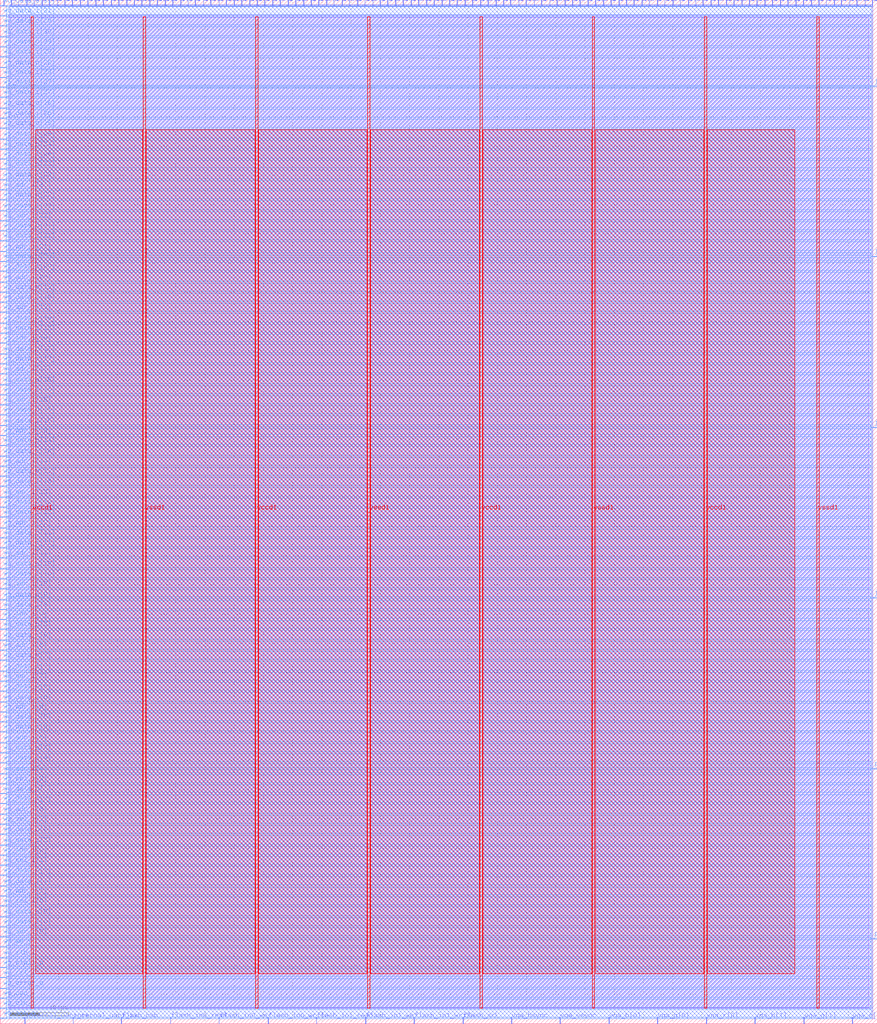
<source format=lef>
VERSION 5.7 ;
  NOWIREEXTENSIONATPIN ON ;
  DIVIDERCHAR "/" ;
  BUSBITCHARS "[]" ;
MACRO Peripherals
  CLASS BLOCK ;
  FOREIGN Peripherals ;
  ORIGIN 0.000 0.000 ;
  SIZE 600.000 BY 700.000 ;
  PIN flash_csb
    DIRECTION INPUT ;
    USE SIGNAL ;
    PORT
      LAYER met2 ;
        RECT 82.890 0.000 83.170 4.000 ;
    END
  END flash_csb
  PIN flash_io0_read
    DIRECTION OUTPUT TRISTATE ;
    USE SIGNAL ;
    PORT
      LAYER met2 ;
        RECT 116.470 0.000 116.750 4.000 ;
    END
  END flash_io0_read
  PIN flash_io0_we
    DIRECTION INPUT ;
    USE SIGNAL ;
    PORT
      LAYER met2 ;
        RECT 149.590 0.000 149.870 4.000 ;
    END
  END flash_io0_we
  PIN flash_io0_write
    DIRECTION INPUT ;
    USE SIGNAL ;
    PORT
      LAYER met2 ;
        RECT 183.170 0.000 183.450 4.000 ;
    END
  END flash_io0_write
  PIN flash_io1_read
    DIRECTION OUTPUT TRISTATE ;
    USE SIGNAL ;
    PORT
      LAYER met2 ;
        RECT 216.290 0.000 216.570 4.000 ;
    END
  END flash_io1_read
  PIN flash_io1_we
    DIRECTION INPUT ;
    USE SIGNAL ;
    PORT
      LAYER met2 ;
        RECT 249.870 0.000 250.150 4.000 ;
    END
  END flash_io1_we
  PIN flash_io1_write
    DIRECTION INPUT ;
    USE SIGNAL ;
    PORT
      LAYER met2 ;
        RECT 282.990 0.000 283.270 4.000 ;
    END
  END flash_io1_write
  PIN flash_sck
    DIRECTION INPUT ;
    USE SIGNAL ;
    PORT
      LAYER met2 ;
        RECT 316.570 0.000 316.850 4.000 ;
    END
  END flash_sck
  PIN internal_uart_rx
    DIRECTION INPUT ;
    USE SIGNAL ;
    PORT
      LAYER met2 ;
        RECT 16.650 0.000 16.930 4.000 ;
    END
  END internal_uart_rx
  PIN internal_uart_tx
    DIRECTION OUTPUT TRISTATE ;
    USE SIGNAL ;
    PORT
      LAYER met2 ;
        RECT 49.770 0.000 50.050 4.000 ;
    END
  END internal_uart_tx
  PIN io_in[0]
    DIRECTION INPUT ;
    USE SIGNAL ;
    PORT
      LAYER met2 ;
        RECT 2.390 696.000 2.670 700.000 ;
    END
  END io_in[0]
  PIN io_in[10]
    DIRECTION INPUT ;
    USE SIGNAL ;
    PORT
      LAYER met2 ;
        RECT 160.170 696.000 160.450 700.000 ;
    END
  END io_in[10]
  PIN io_in[11]
    DIRECTION INPUT ;
    USE SIGNAL ;
    PORT
      LAYER met2 ;
        RECT 175.810 696.000 176.090 700.000 ;
    END
  END io_in[11]
  PIN io_in[12]
    DIRECTION INPUT ;
    USE SIGNAL ;
    PORT
      LAYER met2 ;
        RECT 191.450 696.000 191.730 700.000 ;
    END
  END io_in[12]
  PIN io_in[13]
    DIRECTION INPUT ;
    USE SIGNAL ;
    PORT
      LAYER met2 ;
        RECT 207.550 696.000 207.830 700.000 ;
    END
  END io_in[13]
  PIN io_in[14]
    DIRECTION INPUT ;
    USE SIGNAL ;
    PORT
      LAYER met2 ;
        RECT 223.190 696.000 223.470 700.000 ;
    END
  END io_in[14]
  PIN io_in[15]
    DIRECTION INPUT ;
    USE SIGNAL ;
    PORT
      LAYER met2 ;
        RECT 238.830 696.000 239.110 700.000 ;
    END
  END io_in[15]
  PIN io_in[16]
    DIRECTION INPUT ;
    USE SIGNAL ;
    PORT
      LAYER met2 ;
        RECT 254.930 696.000 255.210 700.000 ;
    END
  END io_in[16]
  PIN io_in[17]
    DIRECTION INPUT ;
    USE SIGNAL ;
    PORT
      LAYER met2 ;
        RECT 270.570 696.000 270.850 700.000 ;
    END
  END io_in[17]
  PIN io_in[18]
    DIRECTION INPUT ;
    USE SIGNAL ;
    PORT
      LAYER met2 ;
        RECT 286.210 696.000 286.490 700.000 ;
    END
  END io_in[18]
  PIN io_in[19]
    DIRECTION INPUT ;
    USE SIGNAL ;
    PORT
      LAYER met2 ;
        RECT 302.310 696.000 302.590 700.000 ;
    END
  END io_in[19]
  PIN io_in[1]
    DIRECTION INPUT ;
    USE SIGNAL ;
    PORT
      LAYER met2 ;
        RECT 18.030 696.000 18.310 700.000 ;
    END
  END io_in[1]
  PIN io_in[20]
    DIRECTION INPUT ;
    USE SIGNAL ;
    PORT
      LAYER met2 ;
        RECT 317.950 696.000 318.230 700.000 ;
    END
  END io_in[20]
  PIN io_in[21]
    DIRECTION INPUT ;
    USE SIGNAL ;
    PORT
      LAYER met2 ;
        RECT 333.590 696.000 333.870 700.000 ;
    END
  END io_in[21]
  PIN io_in[22]
    DIRECTION INPUT ;
    USE SIGNAL ;
    PORT
      LAYER met2 ;
        RECT 349.230 696.000 349.510 700.000 ;
    END
  END io_in[22]
  PIN io_in[23]
    DIRECTION INPUT ;
    USE SIGNAL ;
    PORT
      LAYER met2 ;
        RECT 365.330 696.000 365.610 700.000 ;
    END
  END io_in[23]
  PIN io_in[24]
    DIRECTION INPUT ;
    USE SIGNAL ;
    PORT
      LAYER met2 ;
        RECT 380.970 696.000 381.250 700.000 ;
    END
  END io_in[24]
  PIN io_in[25]
    DIRECTION INPUT ;
    USE SIGNAL ;
    PORT
      LAYER met2 ;
        RECT 396.610 696.000 396.890 700.000 ;
    END
  END io_in[25]
  PIN io_in[26]
    DIRECTION INPUT ;
    USE SIGNAL ;
    PORT
      LAYER met2 ;
        RECT 412.710 696.000 412.990 700.000 ;
    END
  END io_in[26]
  PIN io_in[27]
    DIRECTION INPUT ;
    USE SIGNAL ;
    PORT
      LAYER met2 ;
        RECT 428.350 696.000 428.630 700.000 ;
    END
  END io_in[27]
  PIN io_in[28]
    DIRECTION INPUT ;
    USE SIGNAL ;
    PORT
      LAYER met2 ;
        RECT 443.990 696.000 444.270 700.000 ;
    END
  END io_in[28]
  PIN io_in[29]
    DIRECTION INPUT ;
    USE SIGNAL ;
    PORT
      LAYER met2 ;
        RECT 460.090 696.000 460.370 700.000 ;
    END
  END io_in[29]
  PIN io_in[2]
    DIRECTION INPUT ;
    USE SIGNAL ;
    PORT
      LAYER met2 ;
        RECT 33.670 696.000 33.950 700.000 ;
    END
  END io_in[2]
  PIN io_in[30]
    DIRECTION INPUT ;
    USE SIGNAL ;
    PORT
      LAYER met2 ;
        RECT 475.730 696.000 476.010 700.000 ;
    END
  END io_in[30]
  PIN io_in[31]
    DIRECTION INPUT ;
    USE SIGNAL ;
    PORT
      LAYER met2 ;
        RECT 491.370 696.000 491.650 700.000 ;
    END
  END io_in[31]
  PIN io_in[32]
    DIRECTION INPUT ;
    USE SIGNAL ;
    PORT
      LAYER met2 ;
        RECT 507.470 696.000 507.750 700.000 ;
    END
  END io_in[32]
  PIN io_in[33]
    DIRECTION INPUT ;
    USE SIGNAL ;
    PORT
      LAYER met2 ;
        RECT 523.110 696.000 523.390 700.000 ;
    END
  END io_in[33]
  PIN io_in[34]
    DIRECTION INPUT ;
    USE SIGNAL ;
    PORT
      LAYER met2 ;
        RECT 538.750 696.000 539.030 700.000 ;
    END
  END io_in[34]
  PIN io_in[35]
    DIRECTION INPUT ;
    USE SIGNAL ;
    PORT
      LAYER met2 ;
        RECT 554.850 696.000 555.130 700.000 ;
    END
  END io_in[35]
  PIN io_in[36]
    DIRECTION INPUT ;
    USE SIGNAL ;
    PORT
      LAYER met2 ;
        RECT 570.490 696.000 570.770 700.000 ;
    END
  END io_in[36]
  PIN io_in[37]
    DIRECTION INPUT ;
    USE SIGNAL ;
    PORT
      LAYER met2 ;
        RECT 586.130 696.000 586.410 700.000 ;
    END
  END io_in[37]
  PIN io_in[3]
    DIRECTION INPUT ;
    USE SIGNAL ;
    PORT
      LAYER met2 ;
        RECT 49.310 696.000 49.590 700.000 ;
    END
  END io_in[3]
  PIN io_in[4]
    DIRECTION INPUT ;
    USE SIGNAL ;
    PORT
      LAYER met2 ;
        RECT 65.410 696.000 65.690 700.000 ;
    END
  END io_in[4]
  PIN io_in[5]
    DIRECTION INPUT ;
    USE SIGNAL ;
    PORT
      LAYER met2 ;
        RECT 81.050 696.000 81.330 700.000 ;
    END
  END io_in[5]
  PIN io_in[6]
    DIRECTION INPUT ;
    USE SIGNAL ;
    PORT
      LAYER met2 ;
        RECT 96.690 696.000 96.970 700.000 ;
    END
  END io_in[6]
  PIN io_in[7]
    DIRECTION INPUT ;
    USE SIGNAL ;
    PORT
      LAYER met2 ;
        RECT 112.790 696.000 113.070 700.000 ;
    END
  END io_in[7]
  PIN io_in[8]
    DIRECTION INPUT ;
    USE SIGNAL ;
    PORT
      LAYER met2 ;
        RECT 128.430 696.000 128.710 700.000 ;
    END
  END io_in[8]
  PIN io_in[9]
    DIRECTION INPUT ;
    USE SIGNAL ;
    PORT
      LAYER met2 ;
        RECT 144.070 696.000 144.350 700.000 ;
    END
  END io_in[9]
  PIN io_oeb[0]
    DIRECTION OUTPUT TRISTATE ;
    USE SIGNAL ;
    PORT
      LAYER met2 ;
        RECT 7.450 696.000 7.730 700.000 ;
    END
  END io_oeb[0]
  PIN io_oeb[10]
    DIRECTION OUTPUT TRISTATE ;
    USE SIGNAL ;
    PORT
      LAYER met2 ;
        RECT 165.230 696.000 165.510 700.000 ;
    END
  END io_oeb[10]
  PIN io_oeb[11]
    DIRECTION OUTPUT TRISTATE ;
    USE SIGNAL ;
    PORT
      LAYER met2 ;
        RECT 180.870 696.000 181.150 700.000 ;
    END
  END io_oeb[11]
  PIN io_oeb[12]
    DIRECTION OUTPUT TRISTATE ;
    USE SIGNAL ;
    PORT
      LAYER met2 ;
        RECT 196.970 696.000 197.250 700.000 ;
    END
  END io_oeb[12]
  PIN io_oeb[13]
    DIRECTION OUTPUT TRISTATE ;
    USE SIGNAL ;
    PORT
      LAYER met2 ;
        RECT 212.610 696.000 212.890 700.000 ;
    END
  END io_oeb[13]
  PIN io_oeb[14]
    DIRECTION OUTPUT TRISTATE ;
    USE SIGNAL ;
    PORT
      LAYER met2 ;
        RECT 228.250 696.000 228.530 700.000 ;
    END
  END io_oeb[14]
  PIN io_oeb[15]
    DIRECTION OUTPUT TRISTATE ;
    USE SIGNAL ;
    PORT
      LAYER met2 ;
        RECT 244.350 696.000 244.630 700.000 ;
    END
  END io_oeb[15]
  PIN io_oeb[16]
    DIRECTION OUTPUT TRISTATE ;
    USE SIGNAL ;
    PORT
      LAYER met2 ;
        RECT 259.990 696.000 260.270 700.000 ;
    END
  END io_oeb[16]
  PIN io_oeb[17]
    DIRECTION OUTPUT TRISTATE ;
    USE SIGNAL ;
    PORT
      LAYER met2 ;
        RECT 275.630 696.000 275.910 700.000 ;
    END
  END io_oeb[17]
  PIN io_oeb[18]
    DIRECTION OUTPUT TRISTATE ;
    USE SIGNAL ;
    PORT
      LAYER met2 ;
        RECT 291.730 696.000 292.010 700.000 ;
    END
  END io_oeb[18]
  PIN io_oeb[19]
    DIRECTION OUTPUT TRISTATE ;
    USE SIGNAL ;
    PORT
      LAYER met2 ;
        RECT 307.370 696.000 307.650 700.000 ;
    END
  END io_oeb[19]
  PIN io_oeb[1]
    DIRECTION OUTPUT TRISTATE ;
    USE SIGNAL ;
    PORT
      LAYER met2 ;
        RECT 23.090 696.000 23.370 700.000 ;
    END
  END io_oeb[1]
  PIN io_oeb[20]
    DIRECTION OUTPUT TRISTATE ;
    USE SIGNAL ;
    PORT
      LAYER met2 ;
        RECT 323.010 696.000 323.290 700.000 ;
    END
  END io_oeb[20]
  PIN io_oeb[21]
    DIRECTION OUTPUT TRISTATE ;
    USE SIGNAL ;
    PORT
      LAYER met2 ;
        RECT 339.110 696.000 339.390 700.000 ;
    END
  END io_oeb[21]
  PIN io_oeb[22]
    DIRECTION OUTPUT TRISTATE ;
    USE SIGNAL ;
    PORT
      LAYER met2 ;
        RECT 354.750 696.000 355.030 700.000 ;
    END
  END io_oeb[22]
  PIN io_oeb[23]
    DIRECTION OUTPUT TRISTATE ;
    USE SIGNAL ;
    PORT
      LAYER met2 ;
        RECT 370.390 696.000 370.670 700.000 ;
    END
  END io_oeb[23]
  PIN io_oeb[24]
    DIRECTION OUTPUT TRISTATE ;
    USE SIGNAL ;
    PORT
      LAYER met2 ;
        RECT 386.490 696.000 386.770 700.000 ;
    END
  END io_oeb[24]
  PIN io_oeb[25]
    DIRECTION OUTPUT TRISTATE ;
    USE SIGNAL ;
    PORT
      LAYER met2 ;
        RECT 402.130 696.000 402.410 700.000 ;
    END
  END io_oeb[25]
  PIN io_oeb[26]
    DIRECTION OUTPUT TRISTATE ;
    USE SIGNAL ;
    PORT
      LAYER met2 ;
        RECT 417.770 696.000 418.050 700.000 ;
    END
  END io_oeb[26]
  PIN io_oeb[27]
    DIRECTION OUTPUT TRISTATE ;
    USE SIGNAL ;
    PORT
      LAYER met2 ;
        RECT 433.410 696.000 433.690 700.000 ;
    END
  END io_oeb[27]
  PIN io_oeb[28]
    DIRECTION OUTPUT TRISTATE ;
    USE SIGNAL ;
    PORT
      LAYER met2 ;
        RECT 449.510 696.000 449.790 700.000 ;
    END
  END io_oeb[28]
  PIN io_oeb[29]
    DIRECTION OUTPUT TRISTATE ;
    USE SIGNAL ;
    PORT
      LAYER met2 ;
        RECT 465.150 696.000 465.430 700.000 ;
    END
  END io_oeb[29]
  PIN io_oeb[2]
    DIRECTION OUTPUT TRISTATE ;
    USE SIGNAL ;
    PORT
      LAYER met2 ;
        RECT 39.190 696.000 39.470 700.000 ;
    END
  END io_oeb[2]
  PIN io_oeb[30]
    DIRECTION OUTPUT TRISTATE ;
    USE SIGNAL ;
    PORT
      LAYER met2 ;
        RECT 480.790 696.000 481.070 700.000 ;
    END
  END io_oeb[30]
  PIN io_oeb[31]
    DIRECTION OUTPUT TRISTATE ;
    USE SIGNAL ;
    PORT
      LAYER met2 ;
        RECT 496.890 696.000 497.170 700.000 ;
    END
  END io_oeb[31]
  PIN io_oeb[32]
    DIRECTION OUTPUT TRISTATE ;
    USE SIGNAL ;
    PORT
      LAYER met2 ;
        RECT 512.530 696.000 512.810 700.000 ;
    END
  END io_oeb[32]
  PIN io_oeb[33]
    DIRECTION OUTPUT TRISTATE ;
    USE SIGNAL ;
    PORT
      LAYER met2 ;
        RECT 528.170 696.000 528.450 700.000 ;
    END
  END io_oeb[33]
  PIN io_oeb[34]
    DIRECTION OUTPUT TRISTATE ;
    USE SIGNAL ;
    PORT
      LAYER met2 ;
        RECT 544.270 696.000 544.550 700.000 ;
    END
  END io_oeb[34]
  PIN io_oeb[35]
    DIRECTION OUTPUT TRISTATE ;
    USE SIGNAL ;
    PORT
      LAYER met2 ;
        RECT 559.910 696.000 560.190 700.000 ;
    END
  END io_oeb[35]
  PIN io_oeb[36]
    DIRECTION OUTPUT TRISTATE ;
    USE SIGNAL ;
    PORT
      LAYER met2 ;
        RECT 575.550 696.000 575.830 700.000 ;
    END
  END io_oeb[36]
  PIN io_oeb[37]
    DIRECTION OUTPUT TRISTATE ;
    USE SIGNAL ;
    PORT
      LAYER met2 ;
        RECT 591.650 696.000 591.930 700.000 ;
    END
  END io_oeb[37]
  PIN io_oeb[3]
    DIRECTION OUTPUT TRISTATE ;
    USE SIGNAL ;
    PORT
      LAYER met2 ;
        RECT 54.830 696.000 55.110 700.000 ;
    END
  END io_oeb[3]
  PIN io_oeb[4]
    DIRECTION OUTPUT TRISTATE ;
    USE SIGNAL ;
    PORT
      LAYER met2 ;
        RECT 70.470 696.000 70.750 700.000 ;
    END
  END io_oeb[4]
  PIN io_oeb[5]
    DIRECTION OUTPUT TRISTATE ;
    USE SIGNAL ;
    PORT
      LAYER met2 ;
        RECT 86.570 696.000 86.850 700.000 ;
    END
  END io_oeb[5]
  PIN io_oeb[6]
    DIRECTION OUTPUT TRISTATE ;
    USE SIGNAL ;
    PORT
      LAYER met2 ;
        RECT 102.210 696.000 102.490 700.000 ;
    END
  END io_oeb[6]
  PIN io_oeb[7]
    DIRECTION OUTPUT TRISTATE ;
    USE SIGNAL ;
    PORT
      LAYER met2 ;
        RECT 117.850 696.000 118.130 700.000 ;
    END
  END io_oeb[7]
  PIN io_oeb[8]
    DIRECTION OUTPUT TRISTATE ;
    USE SIGNAL ;
    PORT
      LAYER met2 ;
        RECT 133.490 696.000 133.770 700.000 ;
    END
  END io_oeb[8]
  PIN io_oeb[9]
    DIRECTION OUTPUT TRISTATE ;
    USE SIGNAL ;
    PORT
      LAYER met2 ;
        RECT 149.590 696.000 149.870 700.000 ;
    END
  END io_oeb[9]
  PIN io_out[0]
    DIRECTION OUTPUT TRISTATE ;
    USE SIGNAL ;
    PORT
      LAYER met2 ;
        RECT 12.510 696.000 12.790 700.000 ;
    END
  END io_out[0]
  PIN io_out[10]
    DIRECTION OUTPUT TRISTATE ;
    USE SIGNAL ;
    PORT
      LAYER met2 ;
        RECT 170.750 696.000 171.030 700.000 ;
    END
  END io_out[10]
  PIN io_out[11]
    DIRECTION OUTPUT TRISTATE ;
    USE SIGNAL ;
    PORT
      LAYER met2 ;
        RECT 186.390 696.000 186.670 700.000 ;
    END
  END io_out[11]
  PIN io_out[12]
    DIRECTION OUTPUT TRISTATE ;
    USE SIGNAL ;
    PORT
      LAYER met2 ;
        RECT 202.030 696.000 202.310 700.000 ;
    END
  END io_out[12]
  PIN io_out[13]
    DIRECTION OUTPUT TRISTATE ;
    USE SIGNAL ;
    PORT
      LAYER met2 ;
        RECT 217.670 696.000 217.950 700.000 ;
    END
  END io_out[13]
  PIN io_out[14]
    DIRECTION OUTPUT TRISTATE ;
    USE SIGNAL ;
    PORT
      LAYER met2 ;
        RECT 233.770 696.000 234.050 700.000 ;
    END
  END io_out[14]
  PIN io_out[15]
    DIRECTION OUTPUT TRISTATE ;
    USE SIGNAL ;
    PORT
      LAYER met2 ;
        RECT 249.410 696.000 249.690 700.000 ;
    END
  END io_out[15]
  PIN io_out[16]
    DIRECTION OUTPUT TRISTATE ;
    USE SIGNAL ;
    PORT
      LAYER met2 ;
        RECT 265.050 696.000 265.330 700.000 ;
    END
  END io_out[16]
  PIN io_out[17]
    DIRECTION OUTPUT TRISTATE ;
    USE SIGNAL ;
    PORT
      LAYER met2 ;
        RECT 281.150 696.000 281.430 700.000 ;
    END
  END io_out[17]
  PIN io_out[18]
    DIRECTION OUTPUT TRISTATE ;
    USE SIGNAL ;
    PORT
      LAYER met2 ;
        RECT 296.790 696.000 297.070 700.000 ;
    END
  END io_out[18]
  PIN io_out[19]
    DIRECTION OUTPUT TRISTATE ;
    USE SIGNAL ;
    PORT
      LAYER met2 ;
        RECT 312.430 696.000 312.710 700.000 ;
    END
  END io_out[19]
  PIN io_out[1]
    DIRECTION OUTPUT TRISTATE ;
    USE SIGNAL ;
    PORT
      LAYER met2 ;
        RECT 28.610 696.000 28.890 700.000 ;
    END
  END io_out[1]
  PIN io_out[20]
    DIRECTION OUTPUT TRISTATE ;
    USE SIGNAL ;
    PORT
      LAYER met2 ;
        RECT 328.530 696.000 328.810 700.000 ;
    END
  END io_out[20]
  PIN io_out[21]
    DIRECTION OUTPUT TRISTATE ;
    USE SIGNAL ;
    PORT
      LAYER met2 ;
        RECT 344.170 696.000 344.450 700.000 ;
    END
  END io_out[21]
  PIN io_out[22]
    DIRECTION OUTPUT TRISTATE ;
    USE SIGNAL ;
    PORT
      LAYER met2 ;
        RECT 359.810 696.000 360.090 700.000 ;
    END
  END io_out[22]
  PIN io_out[23]
    DIRECTION OUTPUT TRISTATE ;
    USE SIGNAL ;
    PORT
      LAYER met2 ;
        RECT 375.910 696.000 376.190 700.000 ;
    END
  END io_out[23]
  PIN io_out[24]
    DIRECTION OUTPUT TRISTATE ;
    USE SIGNAL ;
    PORT
      LAYER met2 ;
        RECT 391.550 696.000 391.830 700.000 ;
    END
  END io_out[24]
  PIN io_out[25]
    DIRECTION OUTPUT TRISTATE ;
    USE SIGNAL ;
    PORT
      LAYER met2 ;
        RECT 407.190 696.000 407.470 700.000 ;
    END
  END io_out[25]
  PIN io_out[26]
    DIRECTION OUTPUT TRISTATE ;
    USE SIGNAL ;
    PORT
      LAYER met2 ;
        RECT 423.290 696.000 423.570 700.000 ;
    END
  END io_out[26]
  PIN io_out[27]
    DIRECTION OUTPUT TRISTATE ;
    USE SIGNAL ;
    PORT
      LAYER met2 ;
        RECT 438.930 696.000 439.210 700.000 ;
    END
  END io_out[27]
  PIN io_out[28]
    DIRECTION OUTPUT TRISTATE ;
    USE SIGNAL ;
    PORT
      LAYER met2 ;
        RECT 454.570 696.000 454.850 700.000 ;
    END
  END io_out[28]
  PIN io_out[29]
    DIRECTION OUTPUT TRISTATE ;
    USE SIGNAL ;
    PORT
      LAYER met2 ;
        RECT 470.670 696.000 470.950 700.000 ;
    END
  END io_out[29]
  PIN io_out[2]
    DIRECTION OUTPUT TRISTATE ;
    USE SIGNAL ;
    PORT
      LAYER met2 ;
        RECT 44.250 696.000 44.530 700.000 ;
    END
  END io_out[2]
  PIN io_out[30]
    DIRECTION OUTPUT TRISTATE ;
    USE SIGNAL ;
    PORT
      LAYER met2 ;
        RECT 486.310 696.000 486.590 700.000 ;
    END
  END io_out[30]
  PIN io_out[31]
    DIRECTION OUTPUT TRISTATE ;
    USE SIGNAL ;
    PORT
      LAYER met2 ;
        RECT 501.950 696.000 502.230 700.000 ;
    END
  END io_out[31]
  PIN io_out[32]
    DIRECTION OUTPUT TRISTATE ;
    USE SIGNAL ;
    PORT
      LAYER met2 ;
        RECT 517.590 696.000 517.870 700.000 ;
    END
  END io_out[32]
  PIN io_out[33]
    DIRECTION OUTPUT TRISTATE ;
    USE SIGNAL ;
    PORT
      LAYER met2 ;
        RECT 533.690 696.000 533.970 700.000 ;
    END
  END io_out[33]
  PIN io_out[34]
    DIRECTION OUTPUT TRISTATE ;
    USE SIGNAL ;
    PORT
      LAYER met2 ;
        RECT 549.330 696.000 549.610 700.000 ;
    END
  END io_out[34]
  PIN io_out[35]
    DIRECTION OUTPUT TRISTATE ;
    USE SIGNAL ;
    PORT
      LAYER met2 ;
        RECT 564.970 696.000 565.250 700.000 ;
    END
  END io_out[35]
  PIN io_out[36]
    DIRECTION OUTPUT TRISTATE ;
    USE SIGNAL ;
    PORT
      LAYER met2 ;
        RECT 581.070 696.000 581.350 700.000 ;
    END
  END io_out[36]
  PIN io_out[37]
    DIRECTION OUTPUT TRISTATE ;
    USE SIGNAL ;
    PORT
      LAYER met2 ;
        RECT 596.710 696.000 596.990 700.000 ;
    END
  END io_out[37]
  PIN io_out[3]
    DIRECTION OUTPUT TRISTATE ;
    USE SIGNAL ;
    PORT
      LAYER met2 ;
        RECT 59.890 696.000 60.170 700.000 ;
    END
  END io_out[3]
  PIN io_out[4]
    DIRECTION OUTPUT TRISTATE ;
    USE SIGNAL ;
    PORT
      LAYER met2 ;
        RECT 75.990 696.000 76.270 700.000 ;
    END
  END io_out[4]
  PIN io_out[5]
    DIRECTION OUTPUT TRISTATE ;
    USE SIGNAL ;
    PORT
      LAYER met2 ;
        RECT 91.630 696.000 91.910 700.000 ;
    END
  END io_out[5]
  PIN io_out[6]
    DIRECTION OUTPUT TRISTATE ;
    USE SIGNAL ;
    PORT
      LAYER met2 ;
        RECT 107.270 696.000 107.550 700.000 ;
    END
  END io_out[6]
  PIN io_out[7]
    DIRECTION OUTPUT TRISTATE ;
    USE SIGNAL ;
    PORT
      LAYER met2 ;
        RECT 123.370 696.000 123.650 700.000 ;
    END
  END io_out[7]
  PIN io_out[8]
    DIRECTION OUTPUT TRISTATE ;
    USE SIGNAL ;
    PORT
      LAYER met2 ;
        RECT 139.010 696.000 139.290 700.000 ;
    END
  END io_out[8]
  PIN io_out[9]
    DIRECTION OUTPUT TRISTATE ;
    USE SIGNAL ;
    PORT
      LAYER met2 ;
        RECT 154.650 696.000 154.930 700.000 ;
    END
  END io_out[9]
  PIN jtag_tck
    DIRECTION OUTPUT TRISTATE ;
    USE SIGNAL ;
    PORT
      LAYER met3 ;
        RECT 596.000 291.080 600.000 291.680 ;
    END
  END jtag_tck
  PIN jtag_tdi
    DIRECTION OUTPUT TRISTATE ;
    USE SIGNAL ;
    PORT
      LAYER met3 ;
        RECT 596.000 407.360 600.000 407.960 ;
    END
  END jtag_tdi
  PIN jtag_tdo
    DIRECTION INPUT ;
    USE SIGNAL ;
    PORT
      LAYER met3 ;
        RECT 596.000 524.320 600.000 524.920 ;
    END
  END jtag_tdo
  PIN jtag_tms
    DIRECTION OUTPUT TRISTATE ;
    USE SIGNAL ;
    PORT
      LAYER met3 ;
        RECT 596.000 640.600 600.000 641.200 ;
    END
  END jtag_tms
  PIN probe_blink[0]
    DIRECTION OUTPUT TRISTATE ;
    USE SIGNAL ;
    PORT
      LAYER met3 ;
        RECT 596.000 57.840 600.000 58.440 ;
    END
  END probe_blink[0]
  PIN probe_blink[1]
    DIRECTION OUTPUT TRISTATE ;
    USE SIGNAL ;
    PORT
      LAYER met3 ;
        RECT 596.000 174.120 600.000 174.720 ;
    END
  END probe_blink[1]
  PIN vccd1
    DIRECTION INOUT ;
    USE POWER ;
    PORT
      LAYER met4 ;
        RECT 21.040 10.640 22.640 688.400 ;
    END
    PORT
      LAYER met4 ;
        RECT 174.640 10.640 176.240 688.400 ;
    END
    PORT
      LAYER met4 ;
        RECT 328.240 10.640 329.840 688.400 ;
    END
    PORT
      LAYER met4 ;
        RECT 481.840 10.640 483.440 688.400 ;
    END
  END vccd1
  PIN vga_b[0]
    DIRECTION INPUT ;
    USE SIGNAL ;
    PORT
      LAYER met2 ;
        RECT 416.390 0.000 416.670 4.000 ;
    END
  END vga_b[0]
  PIN vga_b[1]
    DIRECTION INPUT ;
    USE SIGNAL ;
    PORT
      LAYER met2 ;
        RECT 516.210 0.000 516.490 4.000 ;
    END
  END vga_b[1]
  PIN vga_g[0]
    DIRECTION INPUT ;
    USE SIGNAL ;
    PORT
      LAYER met2 ;
        RECT 449.510 0.000 449.790 4.000 ;
    END
  END vga_g[0]
  PIN vga_g[1]
    DIRECTION INPUT ;
    USE SIGNAL ;
    PORT
      LAYER met2 ;
        RECT 549.790 0.000 550.070 4.000 ;
    END
  END vga_g[1]
  PIN vga_hsync
    DIRECTION INPUT ;
    USE SIGNAL ;
    PORT
      LAYER met2 ;
        RECT 349.690 0.000 349.970 4.000 ;
    END
  END vga_hsync
  PIN vga_r[0]
    DIRECTION INPUT ;
    USE SIGNAL ;
    PORT
      LAYER met2 ;
        RECT 483.090 0.000 483.370 4.000 ;
    END
  END vga_r[0]
  PIN vga_r[1]
    DIRECTION INPUT ;
    USE SIGNAL ;
    PORT
      LAYER met2 ;
        RECT 582.910 0.000 583.190 4.000 ;
    END
  END vga_r[1]
  PIN vga_vsync
    DIRECTION INPUT ;
    USE SIGNAL ;
    PORT
      LAYER met2 ;
        RECT 382.810 0.000 383.090 4.000 ;
    END
  END vga_vsync
  PIN vssd1
    DIRECTION INOUT ;
    USE GROUND ;
    PORT
      LAYER met4 ;
        RECT 97.840 10.640 99.440 688.400 ;
    END
    PORT
      LAYER met4 ;
        RECT 251.440 10.640 253.040 688.400 ;
    END
    PORT
      LAYER met4 ;
        RECT 405.040 10.640 406.640 688.400 ;
    END
    PORT
      LAYER met4 ;
        RECT 558.640 10.640 560.240 688.400 ;
    END
  END vssd1
  PIN wb_ack_o
    DIRECTION OUTPUT TRISTATE ;
    USE SIGNAL ;
    PORT
      LAYER met3 ;
        RECT 0.000 3.440 4.000 4.040 ;
    END
  END wb_ack_o
  PIN wb_adr_i[0]
    DIRECTION INPUT ;
    USE SIGNAL ;
    PORT
      LAYER met3 ;
        RECT 0.000 59.200 4.000 59.800 ;
    END
  END wb_adr_i[0]
  PIN wb_adr_i[10]
    DIRECTION INPUT ;
    USE SIGNAL ;
    PORT
      LAYER met3 ;
        RECT 0.000 297.200 4.000 297.800 ;
    END
  END wb_adr_i[10]
  PIN wb_adr_i[11]
    DIRECTION INPUT ;
    USE SIGNAL ;
    PORT
      LAYER met3 ;
        RECT 0.000 318.280 4.000 318.880 ;
    END
  END wb_adr_i[11]
  PIN wb_adr_i[12]
    DIRECTION INPUT ;
    USE SIGNAL ;
    PORT
      LAYER met3 ;
        RECT 0.000 338.680 4.000 339.280 ;
    END
  END wb_adr_i[12]
  PIN wb_adr_i[13]
    DIRECTION INPUT ;
    USE SIGNAL ;
    PORT
      LAYER met3 ;
        RECT 0.000 359.760 4.000 360.360 ;
    END
  END wb_adr_i[13]
  PIN wb_adr_i[14]
    DIRECTION INPUT ;
    USE SIGNAL ;
    PORT
      LAYER met3 ;
        RECT 0.000 380.840 4.000 381.440 ;
    END
  END wb_adr_i[14]
  PIN wb_adr_i[15]
    DIRECTION INPUT ;
    USE SIGNAL ;
    PORT
      LAYER met3 ;
        RECT 0.000 401.920 4.000 402.520 ;
    END
  END wb_adr_i[15]
  PIN wb_adr_i[16]
    DIRECTION INPUT ;
    USE SIGNAL ;
    PORT
      LAYER met3 ;
        RECT 0.000 423.000 4.000 423.600 ;
    END
  END wb_adr_i[16]
  PIN wb_adr_i[17]
    DIRECTION INPUT ;
    USE SIGNAL ;
    PORT
      LAYER met3 ;
        RECT 0.000 444.080 4.000 444.680 ;
    END
  END wb_adr_i[17]
  PIN wb_adr_i[18]
    DIRECTION INPUT ;
    USE SIGNAL ;
    PORT
      LAYER met3 ;
        RECT 0.000 465.160 4.000 465.760 ;
    END
  END wb_adr_i[18]
  PIN wb_adr_i[19]
    DIRECTION INPUT ;
    USE SIGNAL ;
    PORT
      LAYER met3 ;
        RECT 0.000 486.240 4.000 486.840 ;
    END
  END wb_adr_i[19]
  PIN wb_adr_i[1]
    DIRECTION INPUT ;
    USE SIGNAL ;
    PORT
      LAYER met3 ;
        RECT 0.000 87.080 4.000 87.680 ;
    END
  END wb_adr_i[1]
  PIN wb_adr_i[20]
    DIRECTION INPUT ;
    USE SIGNAL ;
    PORT
      LAYER met3 ;
        RECT 0.000 506.640 4.000 507.240 ;
    END
  END wb_adr_i[20]
  PIN wb_adr_i[21]
    DIRECTION INPUT ;
    USE SIGNAL ;
    PORT
      LAYER met3 ;
        RECT 0.000 527.720 4.000 528.320 ;
    END
  END wb_adr_i[21]
  PIN wb_adr_i[22]
    DIRECTION INPUT ;
    USE SIGNAL ;
    PORT
      LAYER met3 ;
        RECT 0.000 548.800 4.000 549.400 ;
    END
  END wb_adr_i[22]
  PIN wb_adr_i[23]
    DIRECTION INPUT ;
    USE SIGNAL ;
    PORT
      LAYER met3 ;
        RECT 0.000 569.880 4.000 570.480 ;
    END
  END wb_adr_i[23]
  PIN wb_adr_i[2]
    DIRECTION INPUT ;
    USE SIGNAL ;
    PORT
      LAYER met3 ;
        RECT 0.000 114.960 4.000 115.560 ;
    END
  END wb_adr_i[2]
  PIN wb_adr_i[3]
    DIRECTION INPUT ;
    USE SIGNAL ;
    PORT
      LAYER met3 ;
        RECT 0.000 142.840 4.000 143.440 ;
    END
  END wb_adr_i[3]
  PIN wb_adr_i[4]
    DIRECTION INPUT ;
    USE SIGNAL ;
    PORT
      LAYER met3 ;
        RECT 0.000 170.720 4.000 171.320 ;
    END
  END wb_adr_i[4]
  PIN wb_adr_i[5]
    DIRECTION INPUT ;
    USE SIGNAL ;
    PORT
      LAYER met3 ;
        RECT 0.000 191.800 4.000 192.400 ;
    END
  END wb_adr_i[5]
  PIN wb_adr_i[6]
    DIRECTION INPUT ;
    USE SIGNAL ;
    PORT
      LAYER met3 ;
        RECT 0.000 212.880 4.000 213.480 ;
    END
  END wb_adr_i[6]
  PIN wb_adr_i[7]
    DIRECTION INPUT ;
    USE SIGNAL ;
    PORT
      LAYER met3 ;
        RECT 0.000 233.960 4.000 234.560 ;
    END
  END wb_adr_i[7]
  PIN wb_adr_i[8]
    DIRECTION INPUT ;
    USE SIGNAL ;
    PORT
      LAYER met3 ;
        RECT 0.000 255.040 4.000 255.640 ;
    END
  END wb_adr_i[8]
  PIN wb_adr_i[9]
    DIRECTION INPUT ;
    USE SIGNAL ;
    PORT
      LAYER met3 ;
        RECT 0.000 276.120 4.000 276.720 ;
    END
  END wb_adr_i[9]
  PIN wb_clk_i
    DIRECTION INPUT ;
    USE SIGNAL ;
    PORT
      LAYER met3 ;
        RECT 0.000 10.240 4.000 10.840 ;
    END
  END wb_clk_i
  PIN wb_cyc_i
    DIRECTION INPUT ;
    USE SIGNAL ;
    PORT
      LAYER met3 ;
        RECT 0.000 17.040 4.000 17.640 ;
    END
  END wb_cyc_i
  PIN wb_data_i[0]
    DIRECTION INPUT ;
    USE SIGNAL ;
    PORT
      LAYER met3 ;
        RECT 0.000 66.000 4.000 66.600 ;
    END
  END wb_data_i[0]
  PIN wb_data_i[10]
    DIRECTION INPUT ;
    USE SIGNAL ;
    PORT
      LAYER met3 ;
        RECT 0.000 304.000 4.000 304.600 ;
    END
  END wb_data_i[10]
  PIN wb_data_i[11]
    DIRECTION INPUT ;
    USE SIGNAL ;
    PORT
      LAYER met3 ;
        RECT 0.000 325.080 4.000 325.680 ;
    END
  END wb_data_i[11]
  PIN wb_data_i[12]
    DIRECTION INPUT ;
    USE SIGNAL ;
    PORT
      LAYER met3 ;
        RECT 0.000 346.160 4.000 346.760 ;
    END
  END wb_data_i[12]
  PIN wb_data_i[13]
    DIRECTION INPUT ;
    USE SIGNAL ;
    PORT
      LAYER met3 ;
        RECT 0.000 367.240 4.000 367.840 ;
    END
  END wb_data_i[13]
  PIN wb_data_i[14]
    DIRECTION INPUT ;
    USE SIGNAL ;
    PORT
      LAYER met3 ;
        RECT 0.000 387.640 4.000 388.240 ;
    END
  END wb_data_i[14]
  PIN wb_data_i[15]
    DIRECTION INPUT ;
    USE SIGNAL ;
    PORT
      LAYER met3 ;
        RECT 0.000 408.720 4.000 409.320 ;
    END
  END wb_data_i[15]
  PIN wb_data_i[16]
    DIRECTION INPUT ;
    USE SIGNAL ;
    PORT
      LAYER met3 ;
        RECT 0.000 429.800 4.000 430.400 ;
    END
  END wb_data_i[16]
  PIN wb_data_i[17]
    DIRECTION INPUT ;
    USE SIGNAL ;
    PORT
      LAYER met3 ;
        RECT 0.000 450.880 4.000 451.480 ;
    END
  END wb_data_i[17]
  PIN wb_data_i[18]
    DIRECTION INPUT ;
    USE SIGNAL ;
    PORT
      LAYER met3 ;
        RECT 0.000 471.960 4.000 472.560 ;
    END
  END wb_data_i[18]
  PIN wb_data_i[19]
    DIRECTION INPUT ;
    USE SIGNAL ;
    PORT
      LAYER met3 ;
        RECT 0.000 493.040 4.000 493.640 ;
    END
  END wb_data_i[19]
  PIN wb_data_i[1]
    DIRECTION INPUT ;
    USE SIGNAL ;
    PORT
      LAYER met3 ;
        RECT 0.000 93.880 4.000 94.480 ;
    END
  END wb_data_i[1]
  PIN wb_data_i[20]
    DIRECTION INPUT ;
    USE SIGNAL ;
    PORT
      LAYER met3 ;
        RECT 0.000 514.120 4.000 514.720 ;
    END
  END wb_data_i[20]
  PIN wb_data_i[21]
    DIRECTION INPUT ;
    USE SIGNAL ;
    PORT
      LAYER met3 ;
        RECT 0.000 535.200 4.000 535.800 ;
    END
  END wb_data_i[21]
  PIN wb_data_i[22]
    DIRECTION INPUT ;
    USE SIGNAL ;
    PORT
      LAYER met3 ;
        RECT 0.000 555.600 4.000 556.200 ;
    END
  END wb_data_i[22]
  PIN wb_data_i[23]
    DIRECTION INPUT ;
    USE SIGNAL ;
    PORT
      LAYER met3 ;
        RECT 0.000 576.680 4.000 577.280 ;
    END
  END wb_data_i[23]
  PIN wb_data_i[24]
    DIRECTION INPUT ;
    USE SIGNAL ;
    PORT
      LAYER met3 ;
        RECT 0.000 590.960 4.000 591.560 ;
    END
  END wb_data_i[24]
  PIN wb_data_i[25]
    DIRECTION INPUT ;
    USE SIGNAL ;
    PORT
      LAYER met3 ;
        RECT 0.000 604.560 4.000 605.160 ;
    END
  END wb_data_i[25]
  PIN wb_data_i[26]
    DIRECTION INPUT ;
    USE SIGNAL ;
    PORT
      LAYER met3 ;
        RECT 0.000 618.840 4.000 619.440 ;
    END
  END wb_data_i[26]
  PIN wb_data_i[27]
    DIRECTION INPUT ;
    USE SIGNAL ;
    PORT
      LAYER met3 ;
        RECT 0.000 633.120 4.000 633.720 ;
    END
  END wb_data_i[27]
  PIN wb_data_i[28]
    DIRECTION INPUT ;
    USE SIGNAL ;
    PORT
      LAYER met3 ;
        RECT 0.000 646.720 4.000 647.320 ;
    END
  END wb_data_i[28]
  PIN wb_data_i[29]
    DIRECTION INPUT ;
    USE SIGNAL ;
    PORT
      LAYER met3 ;
        RECT 0.000 661.000 4.000 661.600 ;
    END
  END wb_data_i[29]
  PIN wb_data_i[2]
    DIRECTION INPUT ;
    USE SIGNAL ;
    PORT
      LAYER met3 ;
        RECT 0.000 121.760 4.000 122.360 ;
    END
  END wb_data_i[2]
  PIN wb_data_i[30]
    DIRECTION INPUT ;
    USE SIGNAL ;
    PORT
      LAYER met3 ;
        RECT 0.000 674.600 4.000 675.200 ;
    END
  END wb_data_i[30]
  PIN wb_data_i[31]
    DIRECTION INPUT ;
    USE SIGNAL ;
    PORT
      LAYER met3 ;
        RECT 0.000 688.880 4.000 689.480 ;
    END
  END wb_data_i[31]
  PIN wb_data_i[3]
    DIRECTION INPUT ;
    USE SIGNAL ;
    PORT
      LAYER met3 ;
        RECT 0.000 150.320 4.000 150.920 ;
    END
  END wb_data_i[3]
  PIN wb_data_i[4]
    DIRECTION INPUT ;
    USE SIGNAL ;
    PORT
      LAYER met3 ;
        RECT 0.000 178.200 4.000 178.800 ;
    END
  END wb_data_i[4]
  PIN wb_data_i[5]
    DIRECTION INPUT ;
    USE SIGNAL ;
    PORT
      LAYER met3 ;
        RECT 0.000 199.280 4.000 199.880 ;
    END
  END wb_data_i[5]
  PIN wb_data_i[6]
    DIRECTION INPUT ;
    USE SIGNAL ;
    PORT
      LAYER met3 ;
        RECT 0.000 219.680 4.000 220.280 ;
    END
  END wb_data_i[6]
  PIN wb_data_i[7]
    DIRECTION INPUT ;
    USE SIGNAL ;
    PORT
      LAYER met3 ;
        RECT 0.000 240.760 4.000 241.360 ;
    END
  END wb_data_i[7]
  PIN wb_data_i[8]
    DIRECTION INPUT ;
    USE SIGNAL ;
    PORT
      LAYER met3 ;
        RECT 0.000 261.840 4.000 262.440 ;
    END
  END wb_data_i[8]
  PIN wb_data_i[9]
    DIRECTION INPUT ;
    USE SIGNAL ;
    PORT
      LAYER met3 ;
        RECT 0.000 282.920 4.000 283.520 ;
    END
  END wb_data_i[9]
  PIN wb_data_o[0]
    DIRECTION OUTPUT TRISTATE ;
    USE SIGNAL ;
    PORT
      LAYER met3 ;
        RECT 0.000 72.800 4.000 73.400 ;
    END
  END wb_data_o[0]
  PIN wb_data_o[10]
    DIRECTION OUTPUT TRISTATE ;
    USE SIGNAL ;
    PORT
      LAYER met3 ;
        RECT 0.000 310.800 4.000 311.400 ;
    END
  END wb_data_o[10]
  PIN wb_data_o[11]
    DIRECTION OUTPUT TRISTATE ;
    USE SIGNAL ;
    PORT
      LAYER met3 ;
        RECT 0.000 331.880 4.000 332.480 ;
    END
  END wb_data_o[11]
  PIN wb_data_o[12]
    DIRECTION OUTPUT TRISTATE ;
    USE SIGNAL ;
    PORT
      LAYER met3 ;
        RECT 0.000 352.960 4.000 353.560 ;
    END
  END wb_data_o[12]
  PIN wb_data_o[13]
    DIRECTION OUTPUT TRISTATE ;
    USE SIGNAL ;
    PORT
      LAYER met3 ;
        RECT 0.000 374.040 4.000 374.640 ;
    END
  END wb_data_o[13]
  PIN wb_data_o[14]
    DIRECTION OUTPUT TRISTATE ;
    USE SIGNAL ;
    PORT
      LAYER met3 ;
        RECT 0.000 395.120 4.000 395.720 ;
    END
  END wb_data_o[14]
  PIN wb_data_o[15]
    DIRECTION OUTPUT TRISTATE ;
    USE SIGNAL ;
    PORT
      LAYER met3 ;
        RECT 0.000 416.200 4.000 416.800 ;
    END
  END wb_data_o[15]
  PIN wb_data_o[16]
    DIRECTION OUTPUT TRISTATE ;
    USE SIGNAL ;
    PORT
      LAYER met3 ;
        RECT 0.000 436.600 4.000 437.200 ;
    END
  END wb_data_o[16]
  PIN wb_data_o[17]
    DIRECTION OUTPUT TRISTATE ;
    USE SIGNAL ;
    PORT
      LAYER met3 ;
        RECT 0.000 457.680 4.000 458.280 ;
    END
  END wb_data_o[17]
  PIN wb_data_o[18]
    DIRECTION OUTPUT TRISTATE ;
    USE SIGNAL ;
    PORT
      LAYER met3 ;
        RECT 0.000 478.760 4.000 479.360 ;
    END
  END wb_data_o[18]
  PIN wb_data_o[19]
    DIRECTION OUTPUT TRISTATE ;
    USE SIGNAL ;
    PORT
      LAYER met3 ;
        RECT 0.000 499.840 4.000 500.440 ;
    END
  END wb_data_o[19]
  PIN wb_data_o[1]
    DIRECTION OUTPUT TRISTATE ;
    USE SIGNAL ;
    PORT
      LAYER met3 ;
        RECT 0.000 101.360 4.000 101.960 ;
    END
  END wb_data_o[1]
  PIN wb_data_o[20]
    DIRECTION OUTPUT TRISTATE ;
    USE SIGNAL ;
    PORT
      LAYER met3 ;
        RECT 0.000 520.920 4.000 521.520 ;
    END
  END wb_data_o[20]
  PIN wb_data_o[21]
    DIRECTION OUTPUT TRISTATE ;
    USE SIGNAL ;
    PORT
      LAYER met3 ;
        RECT 0.000 542.000 4.000 542.600 ;
    END
  END wb_data_o[21]
  PIN wb_data_o[22]
    DIRECTION OUTPUT TRISTATE ;
    USE SIGNAL ;
    PORT
      LAYER met3 ;
        RECT 0.000 563.080 4.000 563.680 ;
    END
  END wb_data_o[22]
  PIN wb_data_o[23]
    DIRECTION OUTPUT TRISTATE ;
    USE SIGNAL ;
    PORT
      LAYER met3 ;
        RECT 0.000 584.160 4.000 584.760 ;
    END
  END wb_data_o[23]
  PIN wb_data_o[24]
    DIRECTION OUTPUT TRISTATE ;
    USE SIGNAL ;
    PORT
      LAYER met3 ;
        RECT 0.000 597.760 4.000 598.360 ;
    END
  END wb_data_o[24]
  PIN wb_data_o[25]
    DIRECTION OUTPUT TRISTATE ;
    USE SIGNAL ;
    PORT
      LAYER met3 ;
        RECT 0.000 612.040 4.000 612.640 ;
    END
  END wb_data_o[25]
  PIN wb_data_o[26]
    DIRECTION OUTPUT TRISTATE ;
    USE SIGNAL ;
    PORT
      LAYER met3 ;
        RECT 0.000 625.640 4.000 626.240 ;
    END
  END wb_data_o[26]
  PIN wb_data_o[27]
    DIRECTION OUTPUT TRISTATE ;
    USE SIGNAL ;
    PORT
      LAYER met3 ;
        RECT 0.000 639.920 4.000 640.520 ;
    END
  END wb_data_o[27]
  PIN wb_data_o[28]
    DIRECTION OUTPUT TRISTATE ;
    USE SIGNAL ;
    PORT
      LAYER met3 ;
        RECT 0.000 653.520 4.000 654.120 ;
    END
  END wb_data_o[28]
  PIN wb_data_o[29]
    DIRECTION OUTPUT TRISTATE ;
    USE SIGNAL ;
    PORT
      LAYER met3 ;
        RECT 0.000 667.800 4.000 668.400 ;
    END
  END wb_data_o[29]
  PIN wb_data_o[2]
    DIRECTION OUTPUT TRISTATE ;
    USE SIGNAL ;
    PORT
      LAYER met3 ;
        RECT 0.000 129.240 4.000 129.840 ;
    END
  END wb_data_o[2]
  PIN wb_data_o[30]
    DIRECTION OUTPUT TRISTATE ;
    USE SIGNAL ;
    PORT
      LAYER met3 ;
        RECT 0.000 682.080 4.000 682.680 ;
    END
  END wb_data_o[30]
  PIN wb_data_o[31]
    DIRECTION OUTPUT TRISTATE ;
    USE SIGNAL ;
    PORT
      LAYER met3 ;
        RECT 0.000 695.680 4.000 696.280 ;
    END
  END wb_data_o[31]
  PIN wb_data_o[3]
    DIRECTION OUTPUT TRISTATE ;
    USE SIGNAL ;
    PORT
      LAYER met3 ;
        RECT 0.000 157.120 4.000 157.720 ;
    END
  END wb_data_o[3]
  PIN wb_data_o[4]
    DIRECTION OUTPUT TRISTATE ;
    USE SIGNAL ;
    PORT
      LAYER met3 ;
        RECT 0.000 185.000 4.000 185.600 ;
    END
  END wb_data_o[4]
  PIN wb_data_o[5]
    DIRECTION OUTPUT TRISTATE ;
    USE SIGNAL ;
    PORT
      LAYER met3 ;
        RECT 0.000 206.080 4.000 206.680 ;
    END
  END wb_data_o[5]
  PIN wb_data_o[6]
    DIRECTION OUTPUT TRISTATE ;
    USE SIGNAL ;
    PORT
      LAYER met3 ;
        RECT 0.000 227.160 4.000 227.760 ;
    END
  END wb_data_o[6]
  PIN wb_data_o[7]
    DIRECTION OUTPUT TRISTATE ;
    USE SIGNAL ;
    PORT
      LAYER met3 ;
        RECT 0.000 248.240 4.000 248.840 ;
    END
  END wb_data_o[7]
  PIN wb_data_o[8]
    DIRECTION OUTPUT TRISTATE ;
    USE SIGNAL ;
    PORT
      LAYER met3 ;
        RECT 0.000 269.320 4.000 269.920 ;
    END
  END wb_data_o[8]
  PIN wb_data_o[9]
    DIRECTION OUTPUT TRISTATE ;
    USE SIGNAL ;
    PORT
      LAYER met3 ;
        RECT 0.000 289.720 4.000 290.320 ;
    END
  END wb_data_o[9]
  PIN wb_error_o
    DIRECTION OUTPUT TRISTATE ;
    USE SIGNAL ;
    PORT
      LAYER met3 ;
        RECT 0.000 23.840 4.000 24.440 ;
    END
  END wb_error_o
  PIN wb_rst_i
    DIRECTION INPUT ;
    USE SIGNAL ;
    PORT
      LAYER met3 ;
        RECT 0.000 31.320 4.000 31.920 ;
    END
  END wb_rst_i
  PIN wb_sel_i[0]
    DIRECTION INPUT ;
    USE SIGNAL ;
    PORT
      LAYER met3 ;
        RECT 0.000 80.280 4.000 80.880 ;
    END
  END wb_sel_i[0]
  PIN wb_sel_i[1]
    DIRECTION INPUT ;
    USE SIGNAL ;
    PORT
      LAYER met3 ;
        RECT 0.000 108.160 4.000 108.760 ;
    END
  END wb_sel_i[1]
  PIN wb_sel_i[2]
    DIRECTION INPUT ;
    USE SIGNAL ;
    PORT
      LAYER met3 ;
        RECT 0.000 136.040 4.000 136.640 ;
    END
  END wb_sel_i[2]
  PIN wb_sel_i[3]
    DIRECTION INPUT ;
    USE SIGNAL ;
    PORT
      LAYER met3 ;
        RECT 0.000 163.920 4.000 164.520 ;
    END
  END wb_sel_i[3]
  PIN wb_stall_o
    DIRECTION OUTPUT TRISTATE ;
    USE SIGNAL ;
    PORT
      LAYER met3 ;
        RECT 0.000 38.120 4.000 38.720 ;
    END
  END wb_stall_o
  PIN wb_stb_i
    DIRECTION INPUT ;
    USE SIGNAL ;
    PORT
      LAYER met3 ;
        RECT 0.000 44.920 4.000 45.520 ;
    END
  END wb_stb_i
  PIN wb_we_i
    DIRECTION INPUT ;
    USE SIGNAL ;
    PORT
      LAYER met3 ;
        RECT 0.000 52.400 4.000 53.000 ;
    END
  END wb_we_i
  OBS
      LAYER li1 ;
        RECT 5.520 10.795 594.320 688.245 ;
      LAYER met1 ;
        RECT 5.520 10.640 597.010 689.480 ;
      LAYER met2 ;
        RECT 6.600 695.720 7.170 696.730 ;
        RECT 8.010 695.720 12.230 696.730 ;
        RECT 13.070 695.720 17.750 696.730 ;
        RECT 18.590 695.720 22.810 696.730 ;
        RECT 23.650 695.720 28.330 696.730 ;
        RECT 29.170 695.720 33.390 696.730 ;
        RECT 34.230 695.720 38.910 696.730 ;
        RECT 39.750 695.720 43.970 696.730 ;
        RECT 44.810 695.720 49.030 696.730 ;
        RECT 49.870 695.720 54.550 696.730 ;
        RECT 55.390 695.720 59.610 696.730 ;
        RECT 60.450 695.720 65.130 696.730 ;
        RECT 65.970 695.720 70.190 696.730 ;
        RECT 71.030 695.720 75.710 696.730 ;
        RECT 76.550 695.720 80.770 696.730 ;
        RECT 81.610 695.720 86.290 696.730 ;
        RECT 87.130 695.720 91.350 696.730 ;
        RECT 92.190 695.720 96.410 696.730 ;
        RECT 97.250 695.720 101.930 696.730 ;
        RECT 102.770 695.720 106.990 696.730 ;
        RECT 107.830 695.720 112.510 696.730 ;
        RECT 113.350 695.720 117.570 696.730 ;
        RECT 118.410 695.720 123.090 696.730 ;
        RECT 123.930 695.720 128.150 696.730 ;
        RECT 128.990 695.720 133.210 696.730 ;
        RECT 134.050 695.720 138.730 696.730 ;
        RECT 139.570 695.720 143.790 696.730 ;
        RECT 144.630 695.720 149.310 696.730 ;
        RECT 150.150 695.720 154.370 696.730 ;
        RECT 155.210 695.720 159.890 696.730 ;
        RECT 160.730 695.720 164.950 696.730 ;
        RECT 165.790 695.720 170.470 696.730 ;
        RECT 171.310 695.720 175.530 696.730 ;
        RECT 176.370 695.720 180.590 696.730 ;
        RECT 181.430 695.720 186.110 696.730 ;
        RECT 186.950 695.720 191.170 696.730 ;
        RECT 192.010 695.720 196.690 696.730 ;
        RECT 197.530 695.720 201.750 696.730 ;
        RECT 202.590 695.720 207.270 696.730 ;
        RECT 208.110 695.720 212.330 696.730 ;
        RECT 213.170 695.720 217.390 696.730 ;
        RECT 218.230 695.720 222.910 696.730 ;
        RECT 223.750 695.720 227.970 696.730 ;
        RECT 228.810 695.720 233.490 696.730 ;
        RECT 234.330 695.720 238.550 696.730 ;
        RECT 239.390 695.720 244.070 696.730 ;
        RECT 244.910 695.720 249.130 696.730 ;
        RECT 249.970 695.720 254.650 696.730 ;
        RECT 255.490 695.720 259.710 696.730 ;
        RECT 260.550 695.720 264.770 696.730 ;
        RECT 265.610 695.720 270.290 696.730 ;
        RECT 271.130 695.720 275.350 696.730 ;
        RECT 276.190 695.720 280.870 696.730 ;
        RECT 281.710 695.720 285.930 696.730 ;
        RECT 286.770 695.720 291.450 696.730 ;
        RECT 292.290 695.720 296.510 696.730 ;
        RECT 297.350 695.720 302.030 696.730 ;
        RECT 302.870 695.720 307.090 696.730 ;
        RECT 307.930 695.720 312.150 696.730 ;
        RECT 312.990 695.720 317.670 696.730 ;
        RECT 318.510 695.720 322.730 696.730 ;
        RECT 323.570 695.720 328.250 696.730 ;
        RECT 329.090 695.720 333.310 696.730 ;
        RECT 334.150 695.720 338.830 696.730 ;
        RECT 339.670 695.720 343.890 696.730 ;
        RECT 344.730 695.720 348.950 696.730 ;
        RECT 349.790 695.720 354.470 696.730 ;
        RECT 355.310 695.720 359.530 696.730 ;
        RECT 360.370 695.720 365.050 696.730 ;
        RECT 365.890 695.720 370.110 696.730 ;
        RECT 370.950 695.720 375.630 696.730 ;
        RECT 376.470 695.720 380.690 696.730 ;
        RECT 381.530 695.720 386.210 696.730 ;
        RECT 387.050 695.720 391.270 696.730 ;
        RECT 392.110 695.720 396.330 696.730 ;
        RECT 397.170 695.720 401.850 696.730 ;
        RECT 402.690 695.720 406.910 696.730 ;
        RECT 407.750 695.720 412.430 696.730 ;
        RECT 413.270 695.720 417.490 696.730 ;
        RECT 418.330 695.720 423.010 696.730 ;
        RECT 423.850 695.720 428.070 696.730 ;
        RECT 428.910 695.720 433.130 696.730 ;
        RECT 433.970 695.720 438.650 696.730 ;
        RECT 439.490 695.720 443.710 696.730 ;
        RECT 444.550 695.720 449.230 696.730 ;
        RECT 450.070 695.720 454.290 696.730 ;
        RECT 455.130 695.720 459.810 696.730 ;
        RECT 460.650 695.720 464.870 696.730 ;
        RECT 465.710 695.720 470.390 696.730 ;
        RECT 471.230 695.720 475.450 696.730 ;
        RECT 476.290 695.720 480.510 696.730 ;
        RECT 481.350 695.720 486.030 696.730 ;
        RECT 486.870 695.720 491.090 696.730 ;
        RECT 491.930 695.720 496.610 696.730 ;
        RECT 497.450 695.720 501.670 696.730 ;
        RECT 502.510 695.720 507.190 696.730 ;
        RECT 508.030 695.720 512.250 696.730 ;
        RECT 513.090 695.720 517.310 696.730 ;
        RECT 518.150 695.720 522.830 696.730 ;
        RECT 523.670 695.720 527.890 696.730 ;
        RECT 528.730 695.720 533.410 696.730 ;
        RECT 534.250 695.720 538.470 696.730 ;
        RECT 539.310 695.720 543.990 696.730 ;
        RECT 544.830 695.720 549.050 696.730 ;
        RECT 549.890 695.720 554.570 696.730 ;
        RECT 555.410 695.720 559.630 696.730 ;
        RECT 560.470 695.720 564.690 696.730 ;
        RECT 565.530 695.720 570.210 696.730 ;
        RECT 571.050 695.720 575.270 696.730 ;
        RECT 576.110 695.720 580.790 696.730 ;
        RECT 581.630 695.720 585.850 696.730 ;
        RECT 586.690 695.720 591.370 696.730 ;
        RECT 592.210 695.720 596.430 696.730 ;
        RECT 6.600 4.280 596.980 695.720 ;
        RECT 6.600 3.555 16.370 4.280 ;
        RECT 17.210 3.555 49.490 4.280 ;
        RECT 50.330 3.555 82.610 4.280 ;
        RECT 83.450 3.555 116.190 4.280 ;
        RECT 117.030 3.555 149.310 4.280 ;
        RECT 150.150 3.555 182.890 4.280 ;
        RECT 183.730 3.555 216.010 4.280 ;
        RECT 216.850 3.555 249.590 4.280 ;
        RECT 250.430 3.555 282.710 4.280 ;
        RECT 283.550 3.555 316.290 4.280 ;
        RECT 317.130 3.555 349.410 4.280 ;
        RECT 350.250 3.555 382.530 4.280 ;
        RECT 383.370 3.555 416.110 4.280 ;
        RECT 416.950 3.555 449.230 4.280 ;
        RECT 450.070 3.555 482.810 4.280 ;
        RECT 483.650 3.555 515.930 4.280 ;
        RECT 516.770 3.555 549.510 4.280 ;
        RECT 550.350 3.555 582.630 4.280 ;
        RECT 583.470 3.555 596.980 4.280 ;
      LAYER met3 ;
        RECT 4.400 695.280 596.000 696.145 ;
        RECT 4.000 689.880 596.000 695.280 ;
        RECT 4.400 688.480 596.000 689.880 ;
        RECT 4.000 683.080 596.000 688.480 ;
        RECT 4.400 681.680 596.000 683.080 ;
        RECT 4.000 675.600 596.000 681.680 ;
        RECT 4.400 674.200 596.000 675.600 ;
        RECT 4.000 668.800 596.000 674.200 ;
        RECT 4.400 667.400 596.000 668.800 ;
        RECT 4.000 662.000 596.000 667.400 ;
        RECT 4.400 660.600 596.000 662.000 ;
        RECT 4.000 654.520 596.000 660.600 ;
        RECT 4.400 653.120 596.000 654.520 ;
        RECT 4.000 647.720 596.000 653.120 ;
        RECT 4.400 646.320 596.000 647.720 ;
        RECT 4.000 641.600 596.000 646.320 ;
        RECT 4.000 640.920 595.600 641.600 ;
        RECT 4.400 640.200 595.600 640.920 ;
        RECT 4.400 639.520 596.000 640.200 ;
        RECT 4.000 634.120 596.000 639.520 ;
        RECT 4.400 632.720 596.000 634.120 ;
        RECT 4.000 626.640 596.000 632.720 ;
        RECT 4.400 625.240 596.000 626.640 ;
        RECT 4.000 619.840 596.000 625.240 ;
        RECT 4.400 618.440 596.000 619.840 ;
        RECT 4.000 613.040 596.000 618.440 ;
        RECT 4.400 611.640 596.000 613.040 ;
        RECT 4.000 605.560 596.000 611.640 ;
        RECT 4.400 604.160 596.000 605.560 ;
        RECT 4.000 598.760 596.000 604.160 ;
        RECT 4.400 597.360 596.000 598.760 ;
        RECT 4.000 591.960 596.000 597.360 ;
        RECT 4.400 590.560 596.000 591.960 ;
        RECT 4.000 585.160 596.000 590.560 ;
        RECT 4.400 583.760 596.000 585.160 ;
        RECT 4.000 577.680 596.000 583.760 ;
        RECT 4.400 576.280 596.000 577.680 ;
        RECT 4.000 570.880 596.000 576.280 ;
        RECT 4.400 569.480 596.000 570.880 ;
        RECT 4.000 564.080 596.000 569.480 ;
        RECT 4.400 562.680 596.000 564.080 ;
        RECT 4.000 556.600 596.000 562.680 ;
        RECT 4.400 555.200 596.000 556.600 ;
        RECT 4.000 549.800 596.000 555.200 ;
        RECT 4.400 548.400 596.000 549.800 ;
        RECT 4.000 543.000 596.000 548.400 ;
        RECT 4.400 541.600 596.000 543.000 ;
        RECT 4.000 536.200 596.000 541.600 ;
        RECT 4.400 534.800 596.000 536.200 ;
        RECT 4.000 528.720 596.000 534.800 ;
        RECT 4.400 527.320 596.000 528.720 ;
        RECT 4.000 525.320 596.000 527.320 ;
        RECT 4.000 523.920 595.600 525.320 ;
        RECT 4.000 521.920 596.000 523.920 ;
        RECT 4.400 520.520 596.000 521.920 ;
        RECT 4.000 515.120 596.000 520.520 ;
        RECT 4.400 513.720 596.000 515.120 ;
        RECT 4.000 507.640 596.000 513.720 ;
        RECT 4.400 506.240 596.000 507.640 ;
        RECT 4.000 500.840 596.000 506.240 ;
        RECT 4.400 499.440 596.000 500.840 ;
        RECT 4.000 494.040 596.000 499.440 ;
        RECT 4.400 492.640 596.000 494.040 ;
        RECT 4.000 487.240 596.000 492.640 ;
        RECT 4.400 485.840 596.000 487.240 ;
        RECT 4.000 479.760 596.000 485.840 ;
        RECT 4.400 478.360 596.000 479.760 ;
        RECT 4.000 472.960 596.000 478.360 ;
        RECT 4.400 471.560 596.000 472.960 ;
        RECT 4.000 466.160 596.000 471.560 ;
        RECT 4.400 464.760 596.000 466.160 ;
        RECT 4.000 458.680 596.000 464.760 ;
        RECT 4.400 457.280 596.000 458.680 ;
        RECT 4.000 451.880 596.000 457.280 ;
        RECT 4.400 450.480 596.000 451.880 ;
        RECT 4.000 445.080 596.000 450.480 ;
        RECT 4.400 443.680 596.000 445.080 ;
        RECT 4.000 437.600 596.000 443.680 ;
        RECT 4.400 436.200 596.000 437.600 ;
        RECT 4.000 430.800 596.000 436.200 ;
        RECT 4.400 429.400 596.000 430.800 ;
        RECT 4.000 424.000 596.000 429.400 ;
        RECT 4.400 422.600 596.000 424.000 ;
        RECT 4.000 417.200 596.000 422.600 ;
        RECT 4.400 415.800 596.000 417.200 ;
        RECT 4.000 409.720 596.000 415.800 ;
        RECT 4.400 408.360 596.000 409.720 ;
        RECT 4.400 408.320 595.600 408.360 ;
        RECT 4.000 406.960 595.600 408.320 ;
        RECT 4.000 402.920 596.000 406.960 ;
        RECT 4.400 401.520 596.000 402.920 ;
        RECT 4.000 396.120 596.000 401.520 ;
        RECT 4.400 394.720 596.000 396.120 ;
        RECT 4.000 388.640 596.000 394.720 ;
        RECT 4.400 387.240 596.000 388.640 ;
        RECT 4.000 381.840 596.000 387.240 ;
        RECT 4.400 380.440 596.000 381.840 ;
        RECT 4.000 375.040 596.000 380.440 ;
        RECT 4.400 373.640 596.000 375.040 ;
        RECT 4.000 368.240 596.000 373.640 ;
        RECT 4.400 366.840 596.000 368.240 ;
        RECT 4.000 360.760 596.000 366.840 ;
        RECT 4.400 359.360 596.000 360.760 ;
        RECT 4.000 353.960 596.000 359.360 ;
        RECT 4.400 352.560 596.000 353.960 ;
        RECT 4.000 347.160 596.000 352.560 ;
        RECT 4.400 345.760 596.000 347.160 ;
        RECT 4.000 339.680 596.000 345.760 ;
        RECT 4.400 338.280 596.000 339.680 ;
        RECT 4.000 332.880 596.000 338.280 ;
        RECT 4.400 331.480 596.000 332.880 ;
        RECT 4.000 326.080 596.000 331.480 ;
        RECT 4.400 324.680 596.000 326.080 ;
        RECT 4.000 319.280 596.000 324.680 ;
        RECT 4.400 317.880 596.000 319.280 ;
        RECT 4.000 311.800 596.000 317.880 ;
        RECT 4.400 310.400 596.000 311.800 ;
        RECT 4.000 305.000 596.000 310.400 ;
        RECT 4.400 303.600 596.000 305.000 ;
        RECT 4.000 298.200 596.000 303.600 ;
        RECT 4.400 296.800 596.000 298.200 ;
        RECT 4.000 292.080 596.000 296.800 ;
        RECT 4.000 290.720 595.600 292.080 ;
        RECT 4.400 290.680 595.600 290.720 ;
        RECT 4.400 289.320 596.000 290.680 ;
        RECT 4.000 283.920 596.000 289.320 ;
        RECT 4.400 282.520 596.000 283.920 ;
        RECT 4.000 277.120 596.000 282.520 ;
        RECT 4.400 275.720 596.000 277.120 ;
        RECT 4.000 270.320 596.000 275.720 ;
        RECT 4.400 268.920 596.000 270.320 ;
        RECT 4.000 262.840 596.000 268.920 ;
        RECT 4.400 261.440 596.000 262.840 ;
        RECT 4.000 256.040 596.000 261.440 ;
        RECT 4.400 254.640 596.000 256.040 ;
        RECT 4.000 249.240 596.000 254.640 ;
        RECT 4.400 247.840 596.000 249.240 ;
        RECT 4.000 241.760 596.000 247.840 ;
        RECT 4.400 240.360 596.000 241.760 ;
        RECT 4.000 234.960 596.000 240.360 ;
        RECT 4.400 233.560 596.000 234.960 ;
        RECT 4.000 228.160 596.000 233.560 ;
        RECT 4.400 226.760 596.000 228.160 ;
        RECT 4.000 220.680 596.000 226.760 ;
        RECT 4.400 219.280 596.000 220.680 ;
        RECT 4.000 213.880 596.000 219.280 ;
        RECT 4.400 212.480 596.000 213.880 ;
        RECT 4.000 207.080 596.000 212.480 ;
        RECT 4.400 205.680 596.000 207.080 ;
        RECT 4.000 200.280 596.000 205.680 ;
        RECT 4.400 198.880 596.000 200.280 ;
        RECT 4.000 192.800 596.000 198.880 ;
        RECT 4.400 191.400 596.000 192.800 ;
        RECT 4.000 186.000 596.000 191.400 ;
        RECT 4.400 184.600 596.000 186.000 ;
        RECT 4.000 179.200 596.000 184.600 ;
        RECT 4.400 177.800 596.000 179.200 ;
        RECT 4.000 175.120 596.000 177.800 ;
        RECT 4.000 173.720 595.600 175.120 ;
        RECT 4.000 171.720 596.000 173.720 ;
        RECT 4.400 170.320 596.000 171.720 ;
        RECT 4.000 164.920 596.000 170.320 ;
        RECT 4.400 163.520 596.000 164.920 ;
        RECT 4.000 158.120 596.000 163.520 ;
        RECT 4.400 156.720 596.000 158.120 ;
        RECT 4.000 151.320 596.000 156.720 ;
        RECT 4.400 149.920 596.000 151.320 ;
        RECT 4.000 143.840 596.000 149.920 ;
        RECT 4.400 142.440 596.000 143.840 ;
        RECT 4.000 137.040 596.000 142.440 ;
        RECT 4.400 135.640 596.000 137.040 ;
        RECT 4.000 130.240 596.000 135.640 ;
        RECT 4.400 128.840 596.000 130.240 ;
        RECT 4.000 122.760 596.000 128.840 ;
        RECT 4.400 121.360 596.000 122.760 ;
        RECT 4.000 115.960 596.000 121.360 ;
        RECT 4.400 114.560 596.000 115.960 ;
        RECT 4.000 109.160 596.000 114.560 ;
        RECT 4.400 107.760 596.000 109.160 ;
        RECT 4.000 102.360 596.000 107.760 ;
        RECT 4.400 100.960 596.000 102.360 ;
        RECT 4.000 94.880 596.000 100.960 ;
        RECT 4.400 93.480 596.000 94.880 ;
        RECT 4.000 88.080 596.000 93.480 ;
        RECT 4.400 86.680 596.000 88.080 ;
        RECT 4.000 81.280 596.000 86.680 ;
        RECT 4.400 79.880 596.000 81.280 ;
        RECT 4.000 73.800 596.000 79.880 ;
        RECT 4.400 72.400 596.000 73.800 ;
        RECT 4.000 67.000 596.000 72.400 ;
        RECT 4.400 65.600 596.000 67.000 ;
        RECT 4.000 60.200 596.000 65.600 ;
        RECT 4.400 58.840 596.000 60.200 ;
        RECT 4.400 58.800 595.600 58.840 ;
        RECT 4.000 57.440 595.600 58.800 ;
        RECT 4.000 53.400 596.000 57.440 ;
        RECT 4.400 52.000 596.000 53.400 ;
        RECT 4.000 45.920 596.000 52.000 ;
        RECT 4.400 44.520 596.000 45.920 ;
        RECT 4.000 39.120 596.000 44.520 ;
        RECT 4.400 37.720 596.000 39.120 ;
        RECT 4.000 32.320 596.000 37.720 ;
        RECT 4.400 30.920 596.000 32.320 ;
        RECT 4.000 24.840 596.000 30.920 ;
        RECT 4.400 23.440 596.000 24.840 ;
        RECT 4.000 18.040 596.000 23.440 ;
        RECT 4.400 16.640 596.000 18.040 ;
        RECT 4.000 11.240 596.000 16.640 ;
        RECT 4.400 9.840 596.000 11.240 ;
        RECT 4.000 4.440 596.000 9.840 ;
        RECT 4.400 3.575 596.000 4.440 ;
      LAYER met4 ;
        RECT 24.215 34.175 97.440 611.145 ;
        RECT 99.840 34.175 174.240 611.145 ;
        RECT 176.640 34.175 251.040 611.145 ;
        RECT 253.440 34.175 327.840 611.145 ;
        RECT 330.240 34.175 404.640 611.145 ;
        RECT 407.040 34.175 481.440 611.145 ;
        RECT 483.840 34.175 543.425 611.145 ;
  END
END Peripherals
END LIBRARY


</source>
